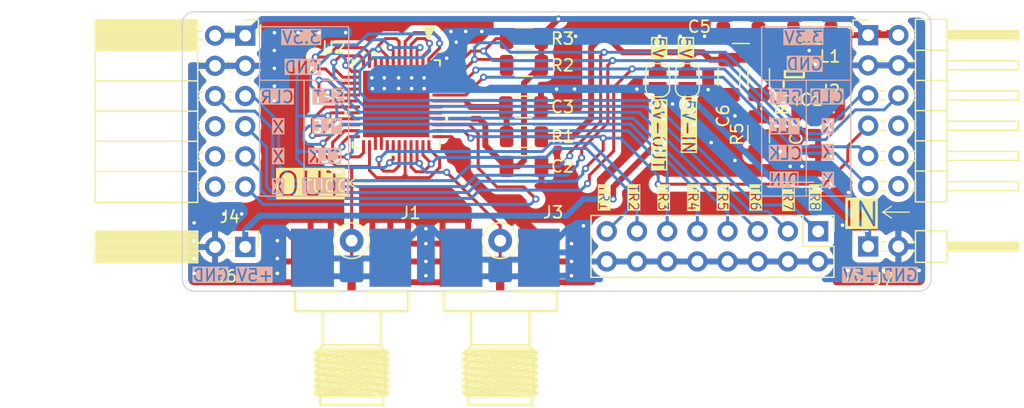
<source format=kicad_pcb>
(kicad_pcb (version 20240108) (generator "pcbnew") (generator_version "8.0")
  (layers (0 "F.Cu" signal) (31 "B.Cu" signal) (34 "B.Paste" user) (35 "F.Paste" user) (36 "B.SilkS" user "B.Silkscreen") (37 "F.SilkS" user "F.Silkscreen") (38 "B.Mask" user) (39 "F.Mask" user) (44 "Edge.Cuts" user))
  (net 0 "")
  (net 1 "+3.3V")
  (net 2 "GND")
  (net 3 "Net-(U2-VCC)")
  (net 4 "+5V")
  (net 5 "Net-(IC1-SW)")
  (net 6 "Net-(IC1-FB)")
  (net 7 "Net-(U2-COM1)")
  (net 8 "/DIN")
  (net 9 "/CLR")
  (net 10 "/*LE")
  (net 12 "/SET")
  (net 13 "/CLK")
  (net 16 "Net-(U2-COM0)")
  (net 19 "/DOUT")
  (net 21 "/TR6")
  (net 22 "/TR3")
  (net 23 "/TR4")
  (net 24 "/TR2")
  (net 25 "/TR8")
  (net 26 "/TR5")
  (net 27 "/TR1")
  (net 28 "/TR7")
  (net 29 "Net-(J6-Pin_1)")
  (net 30 "Net-(J7-Pin_1)")
  (footprint "TestPoint:TestPoint_Loop_D1.80mm_Drill1.0mm_Beaded" (layer "F.Cu") (at 160.75 81.5)
    (property "Reference" "REF**" (hide yes))
    (property "Value" "TestPoint_Loop_D1.80mm_Drill1.0mm_Beaded" (hide yes))
  )
  (footprint "ICTAMKY_V8:AMPHENOL_132357-11-MOD" (layer "F.Cu") (at 160.75 84.5 90)
    (property "Reference" "J3")
    (property "Value" "AMPHENOL_132357-11" (hide yes))
  )
  (footprint "Resistor_SMD:R_1206_3216Metric" (layer "F.Cu") (at 162.75 64.5)
    (property "Reference" "R3")
    (property "Value" "10K")
  )
  (footprint "Connector_PinHeader_2.54mm:PinHeader_2x01_P2.54mm_Horizontal" (layer "F.Cu") (at 191.71 81.99)
    (property "Reference" "J7")
    (property "Value" "22-23-2021")
  )
  (footprint "Jumper:SolderJumper-2_P1.3mm_Open_RoundedPad1.0x1.5mm" (layer "F.Cu") (at 176.5 68 90)
    (property "Reference" "JP2" (hide yes))
    (property "Value" "Jumper_2_Open")
  )
  (footprint "Connector_PinHeader_2.54mm:PinHeader_2x06_P2.54mm_Horizontal" (layer "F.Cu") (at 191.71 64.21)
    (property "Reference" "J2")
    (property "Value" "90122-0126")
  )
  (footprint "Resistor_SMD:R_1206_3216Metric" (layer "F.Cu") (at 182.5 67.75 90)
    (property "Reference" "R4")
    (property "Value" "732K")
  )
  (footprint "Connector_PinSocket_2.54mm:PinSocket_2x01_P2.54mm_Horizontal" (layer "F.Cu") (at 139.3 82.03)
    (property "Reference" "J6")
    (property "Value" "22-23-2021")
  )
  (footprint "Resistor_SMD:R_1206_3216Metric" (layer "F.Cu") (at 182.5 72.5375 90)
    (property "Reference" "R5")
    (property "Value" "100K")
  )
  (footprint "ICTAMKY_V8:21-0144H_T4877-6_MXM" (layer "F.Cu") (at 152 70 -90)
    (property "Reference" "U2")
    (property "Value" "MAX14866UTM+T")
  )
  (footprint "Inductor_SMD:L_1206_3216Metric" (layer "F.Cu") (at 187 64 180)
    (property "Reference" "L1")
    (property "Value" "1uH")
  )
  (footprint "TestPoint:TestPoint_Loop_D1.80mm_Drill1.0mm_Beaded" (layer "F.Cu") (at 148.25 81.5)
    (property "Reference" "REF**" (hide yes))
    (property "Value" "TestPoint_Loop_D1.80mm_Drill1.0mm_Beaded" (hide yes))
  )
  (footprint "Capacitor_SMD:C_1206_3216Metric" (layer "F.Cu") (at 162.7044 70.250001 180)
    (property "Reference" "C3")
    (property "Value" "100nF")
  )
  (footprint "Connector_PinSocket_2.54mm:PinSocket_2x06_P2.54mm_Horizontal" (layer "F.Cu") (at 139.3 64.25)
    (property "Reference" "J4")
    (property "Value" "90122-0126")
  )
  (footprint "SamacSys_Parts:SOTFL50P160X60-6N" (layer "F.Cu") (at 185.5 67.5 90)
    (property "Reference" "IC1")
    (property "Value" "TPS61023DRLR" (hide yes))
  )
  (footprint "Capacitor_SMD:C_1206_3216Metric" (layer "F.Cu") (at 180 67.75 90)
    (property "Reference" "C6")
    (property "Value" "22uF")
  )
  (footprint "Jumper:SolderJumper-2_P1.3mm_Open_RoundedPad1.0x1.5mm" (layer "F.Cu") (at 174 68 90)
    (property "Reference" "JP1" (hide yes))
    (property "Value" "Jumper_2_Open")
  )
  (footprint "ICTAMKY_V8:AMPHENOL_132357-11-MOD" (layer "F.Cu") (at 148.25 84.5 90)
    (property "Reference" "J1")
    (property "Value" "AMPHENOL_132357-11" (hide yes))
  )
  (footprint "Resistor_SMD:R_1206_3216Metric" (layer "F.Cu") (at 162.75 66.75)
    (property "Reference" "R2")
    (property "Value" "10K")
  )
  (footprint "Resistor_SMD:R_1206_3216Metric" (layer "F.Cu") (at 162.75 72.75)
    (property "Reference" "R1")
    (property "Value" "10R")
  )
  (footprint "Capacitor_SMD:C_1206_3216Metric" (layer "F.Cu") (at 181 64)
    (property "Reference" "C5")
    (property "Value" "22uF")
  )
  (footprint "Capacitor_SMD:C_1206_3216Metric" (layer "F.Cu") (at 162.75 75.25 180)
    (property "Reference" "C2")
    (property "Value" "1uF")
  )
  (footprint "Connector_PinHeader_2.54mm:PinHeader_2x08_P2.54mm_Vertical" (layer "F.Cu") (at 187.5 80.71 -90)
    (property "Reference" "J5")
    (property "Value" "Conn_02x08_Odd_Even")
  )
  (footprint "Capacitor_SMD:C_1206_3216Metric" (layer "F.Cu") (at 187.5 72.5 90)
    (property "Reference" "C4")
    (property "Value" "10uF")
  )
  (gr_line (start 144.25 77.75) (end 144.25 68) (stroke (width 0.1)) (layer "B.SilkS"))
  (gr_line (start 148 68) (end 140.5 68) (stroke (width 0.1)) (layer "B.SilkS"))
  (gr_rect (start 140.5 63.5) (end 148 77.75) (stroke (width 0.1)) (fill none) (layer "B.SilkS"))
  (gr_line (start 190.25 68) (end 182.75 68) (stroke (width 0.1)) (layer "B.SilkS"))
  (gr_rect (start 182.75 63.5) (end 190.25 77.75) (stroke (width 0.1)) (fill none) (layer "B.SilkS"))
  (gr_line (start 186.5 77.75) (end 186.5 68) (stroke (width 0.1)) (layer "B.SilkS"))
  (gr_poly (pts (xy 154.25 63.5) (xy 155.25 63.5) (xy 154.75 64.5)) (stroke (width 0.1)) (fill solid) (layer "F.SilkS"))
  (gr_line (start 192.925 79.1) (end 193.675 78.6) (stroke (width 0.1)) (layer "F.SilkS"))
  (gr_line (start 147.975 76.65) (end 148.725 77.15) (stroke (width 0.1)) (layer "F.SilkS"))
  (gr_line (start 147.975 76.65) (end 148.725 76.15) (stroke (width 0.1)) (layer "F.SilkS"))
  (gr_line (start 150.225 76.65) (end 147.975 76.65) (stroke (width 0.1)) (layer "F.SilkS"))
  (gr_line (start 192.925 79.1) (end 193.675 79.6) (stroke (width 0.1)) (layer "F.SilkS"))
  (gr_line (start 195.175 79.1) (end 192.925 79.1) (stroke (width 0.1)) (layer "F.SilkS"))
  (gr_arc (start 134 63.25) (mid 134.292893 62.542893) (end 135 62.25) (stroke (width 0.1)) (layer "Edge.Cuts"))
  (gr_arc (start 135 85.75) (mid 134.292893 85.457107) (end 134 84.75) (stroke (width 0.1)) (layer "Edge.Cuts"))
  (gr_line (start 197 63.25) (end 197 84.75) (stroke (width 0.1)) (layer "Edge.Cuts"))
  (gr_line (start 134 84.75) (end 134 63.25) (stroke (width 0.1)) (layer "Edge.Cuts"))
  (gr_line (start 135 62.25) (end 196 62.25) (stroke (width 0.1)) (layer "Edge.Cuts"))
  (gr_arc (start 196 62.25) (mid 196.707107 62.542893) (end 197 63.25) (stroke (width 0.1)) (layer "Edge.Cuts"))
  (gr_arc (start 197 84.75) (mid 196.707107 85.457107) (end 196 85.75) (stroke (width 0.1)) (layer "Edge.Cuts"))
  (gr_line (start 196 85.75) (end 135 85.75) (stroke (width 0.1)) (layer "Edge.Cuts"))
  (gr_text "X" (at 187.75 71.25 180) (layer "B.SilkS" knockout) (effects (font (size 1 1)) (justify left bottom mirror)))
  (gr_text "DIN" (at 186 77 0) (layer "B.SilkS" knockout) (effects (font (size 1 1)) (justify left bottom mirror)))
  (gr_text "CLK" (at 147.5 75 0) (layer "B.SilkS" knockout) (effects (font (size 1 1)) (justify left bottom mirror)))
  (gr_text "+5V" (at 141.75 85 0) (layer "B.SilkS" knockout) (effects (font (size 1 1)) (justify left bottom mirror)))
  (gr_text "+5V" (at 192.75 85 0) (layer "B.SilkS" knockout) (effects (font (size 1 1)) (justify left bottom mirror)))
  (gr_text "X" (at 187.75 73.4 180) (layer "B.SilkS" knockout) (effects (font (size 1 1)) (justify left bottom mirror)))
  (gr_text "GND" (at 145.75 67.5 0) (layer "B.SilkS" knockout) (effects (font (size 1 1)) (justify left bottom mirror)))
  (gr_text "GND" (at 138 85 0) (layer "B.SilkS" knockout) (effects (font (size 1 1)) (justify left bottom mirror)))
  (gr_text "3.3V" (at 145.75 65 0) (layer "B.SilkS" knockout) (effects (font (size 1 1)) (justify left bottom mirror)))
  (gr_text "X" (at 141.5 76.3 180) (layer "B.SilkS" knockout) (effects (font (size 1 1)) (justify left bottom mirror)))
  (gr_text "CLR" (at 189.75 70 0) (layer "B.SilkS" knockout) (effects (font (size 1 1)) (justify left bottom mirror)))
  (gr_text "X" (at 187.75 75.75 180) (layer "B.SilkS" knockout) (effects (font (size 1 1)) (justify left bottom mirror)))
  (gr_text "SET" (at 186.25 70 0) (layer "B.SilkS" knockout) (effects (font (size 1 1)) (justify left bottom mirror)))
  (gr_text "DOUT" (at 148.1 77.5 0) (layer "B.SilkS" knockout) (effects (font (size 1 1)) (justify left bottom mirror)))
  (gr_text "X" (at 141.5 73.75 180) (layer "B.SilkS" knockout) (effects (font (size 1 1)) (justify left bottom mirror)))
  (gr_text "SET" (at 147.75 70 0) (layer "B.SilkS" knockout) (effects (font (size 1 1)) (justify left bottom mirror)))
  (gr_text "3.3V" (at 188 65 0) (layer "B.SilkS" knockout) (effects (font (size 1 1)) (justify left bottom mirror)))
  (gr_text "CLR" (at 143.5 70 0) (layer "B.SilkS" knockout) (effects (font (size 1 1)) (justify left bottom mirror)))
  (gr_text "CLK" (at 186.25 74.75 0) (layer "B.SilkS" knockout) (effects (font (size 1 1)) (justify left bottom mirror)))
  (gr_text "GND" (at 188 67.25 0) (layer "B.SilkS" knockout) (effects (font (size 1 1)) (justify left bottom mirror)))
  (gr_text "*LE" (at 186 72.5 0) (layer "B.SilkS" knockout) (effects (font (size 1 1)) (justify left bottom mirror)))
  (gr_text "GND" (at 196 85 0) (layer "B.SilkS" knockout) (effects (font (size 1 1)) (justify left bottom mirror)))
  (gr_text "X" (at 141.5 71.25 180) (layer "B.SilkS" knockout) (effects (font (size 1 1)) (justify left bottom mirror)))
  (gr_text "*LE" (at 147.5 72.5 0) (layer "B.SilkS" knockout) (effects (font (size 1 1)) (justify left bottom mirror)))
  (gr_text "OUT" (at 141.7 77.95 0) (layer "F.SilkS" knockout) (effects (font (size 2 2) (thickness 0.2)) (justify left bottom)))
  (gr_text "TR6" (at 181.75 76.75 -90) (layer "F.SilkS" knockout) (effects (font (size 0.8 0.8) (thickness 0.1)) (justify left bottom)))
  (gr_text "TR4" (at 176.5 76.75 -90) (layer "F.SilkS" knockout) (effects (font (size 0.8 0.8) (thickness 0.1)) (justify left bottom)))
  (gr_text "TR7" (at 184.5 76.75 -90) (layer "F.SilkS" knockout) (effects (font (size 0.8 0.8) (thickness 0.1)) (justify left bottom)))
  (gr_text "TR1" (at 169 76.75 -90) (layer "F.SilkS" knockout) (effects (font (size 0.8 0.8) (thickness 0.1)) (justify left bottom)))
  (gr_text "5V" (at 173.5 64.25 -90) (layer "F.SilkS" knockout) (effects (font (size 1 1)) (justify left bottom)))
  (gr_text "TR3" (at 174 76.75 -90) (layer "F.SilkS" knockout) (effects (font (size 0.8 0.8) (thickness 0.1)) (justify left bottom)))
  (gr_text "TR8" (at 186.75 76.75 -90) (layer "F.SilkS" knockout) (effects (font (size 0.8 0.8) (thickness 0.1)) (justify left bottom)))
  (gr_text "5V-OUT" (at 173.5 69.5 -90) (layer "F.SilkS" knockout) (effects (font (size 1 1)) (justify left bottom)))
  (gr_text "5V-IN" (at 176 69.5 270) (layer "F.SilkS" knockout) (effects (font (size 1 1)) (justify left bottom)))
  (gr_text "IN" (at 189.5 80.45 0) (layer "F.SilkS" knockout) (effects (font (size 2 2) (thickness 0.2)) (justify left bottom)))
  (gr_text "TR2" (at 171.5 76.75 -90) (layer "F.SilkS" knockout) (effects (font (size 0.8 0.8) (thickness 0.1)) (justify left bottom)))
  (gr_text "TR5" (at 179 76.75 -90) (layer "F.SilkS" knockout) (effects (font (size 0.8 0.8) (thickness 0.1)) (justify left bottom)))
  (gr_text "5V" (at 175.75 64.25 -90) (layer "F.SilkS" knockout) (effects (font (size 1 1)) (justify left bottom)))
  (segment (start 161.25 75.25) (end 161.275 75.25) (width 0.5) (layer "F.Cu") (net 1))
  (segment (start 185.5 69.1) (end 185.5 68.419) (width 0.3) (layer "F.Cu") (net 1))
  (segment (start 158.45 71.25) (end 155.4544 71.25) (width 0.25) (layer "F.Cu") (net 1))
  (segment (start 159 71.25) (end 159.5 71.75) (width 0.5) (layer "F.Cu") (net 1))
  (segment (start 164.2125 64.5) (end 164.2125 66.75) (width 0.5) (layer "F.Cu") (net 1))
  (segment (start 161.275 75.25) (end 162.25 75.25) (width 0.5) (layer "F.Cu") (net 1))
  (segment (start 162.75 74.75) (end 162.75 68.25) (width 0.5) (layer "F.Cu") (net 1))
  (segment (start 162.25 75.25) (end 162.75 74.75) (width 0.5) (layer "F.Cu") (net 1))
  (segment (start 164.2125 64.2875) (end 164.2125 64.5) (width 0.5) (layer "F.Cu") (net 1))
  (segment (start 158.45 71.25) (end 159 71.25) (width 0.5) (layer "F.Cu") (net 1))
  (segment (start 187.331 68.25) (end 185.669 68.25) (width 0.3) (layer "F.Cu") (net 1))
  (segment (start 161.275 75.075) (end 161.275 75.25) (width 0.25) (layer "F.Cu") (net 1))
  (segment (start 159.5 71.75) (end 159.5 73.5) (width 0.5) (layer "F.Cu") (net 1))
  (segment (start 164.2125 66.7875) (end 164.2125 66.75) (width 0.5) (layer "F.Cu") (net 1))
  (segment (start 194.25 64.025) (end 191.71 64.025) (width 0.5) (layer "F.Cu") (net 1))
  (segment (start 165.65 62.85) (end 164.2125 64.2875) (width 0.5) (layer "F.Cu") (net 1))
  (segment (start 162.75 68.25) (end 164.2125 66.7875) (width 0.5) (layer "F.Cu") (net 1))
  (segment (start 159.5 73.5) (end 161.25 75.25) (width 0.5) (layer "F.Cu") (net 1))
  (via (at 165.65 62.85) (size 0.6) (drill 0.3) (layers "F.Cu" "B.Cu") (net 1))
  (segment (start 139.3 64.25) (end 136.76 64.25) (width 0.5) (layer "B.Cu") (net 1))
  (segment (start 140.7 62.85) (end 139.3 64.25) (width 0.5) (layer "B.Cu") (net 1))
  (segment (start 165.65 62.85) (end 140.7 62.85) (width 0.5) (layer "B.Cu") (net 1))
  (segment (start 181.1 62.85) (end 190.35 62.85) (width 0.5) (layer "B.Cu") (net 1))
  (segment (start 190.35 62.85) (end 191.71 64.21) (width 0.5) (layer "B.Cu") (net 1))
  (segment (start 181.1 62.85) (end 165.65 62.85) (width 0.5) (layer "B.Cu") (net 1))
  (segment (start 153 82.09375) (end 153 78.60625) (width 0.5) (layer "F.Cu") (net 2))
  (segment (start 156.24375 81.75) (end 152.75625 81.75) (width 0.5) (layer "F.Cu") (net 2))
  (segment (start 150.75 66.5456) (end 150.75 68.75) (width 0.25) (layer "F.Cu") (net 2))
  (segment (start 150.250001 66.5456) (end 150.250001 68.250001) (width 0.25) (layer "F.Cu") (net 2))
  (segment (start 144.6375 83.25) (end 141.15 83.25) (width 0.5) (layer "F.Cu") (net 2))
  (segment (start 168.49375 85) (end 165.00625 85) (width 0.5) (layer "F.Cu") (net 2))
  (segment (start 151.5 82.4375) (end 151.5 78.95) (width 0.5) (layer "F.Cu") (net 2))
  (segment (start 164 82.4875) (end 164 81.35) (width 1) (layer "F.Cu") (net 2))
  (segment (start 156.24375 85) (end 152.75625 85) (width 0.5) (layer "F.Cu") (net 2))
  (segment (start 155.4544 70.750001) (end 152.750001 70.750001) (width 0.25) (layer "F.Cu") (net 2))
  (segment (start 156.65 72.75) (end 155.4544 72.75) (width 0.25) (layer "F.Cu") (net 2))
  (segment (start 155.4544 70.25) (end 152.25 70.25) (width 0.25) (layer "F.Cu") (net 2))
  (segment (start 150.250001 73.4544) (end 150.250001 71.749999) (width 0.25) (layer "F.Cu") (net 2))
  (segment (start 158.05 82.49375) (end 158.05 79.00625) (width 0.5) (layer "F.Cu") (net 2))
  (segment (start 155.4544 67.25) (end 155.8 67.25) (width 0.25) (layer "F.Cu") (net 2))
  (segment (start 167.85 83.25) (end 164.95625 83.25) (width 0.5) (layer "F.Cu") (net 2))
  (segment (start 143.74375 85) (end 140.25625 85) (width 0.5) (layer "F.Cu") (net 2))
  (segment (start 150.75 73.4544) (end 150.75 71.25) (width 0.25) (layer "F.Cu") (net 2))
  (segment (start 156.24375 83.25) (end 152.75625 83.25) (width 0.5) (layer "F.Cu") (net 2))
  (segment (start 164 81.35) (end 161.4 78.75) (width 1) (layer "F.Cu") (net 2))
  (segment (start 155.9 82.54375) (end 155.9 79.05625) (width 0.5) (layer "F.Cu") (net 2))
  (segment (start 155.8 67.25) (end 156.05 67) (width 0.25) (layer "F.Cu") (net 2))
  (segment (start 156.05 67) (end 156.05 66.2) (width 0.25) (layer "F.Cu") (net 2))
  (segment (start 186.15 66.662) (end 187.4 66.662) (width 0.5) (layer "F.Cu") (net 2))
  (segment (start 150 82.39375) (end 150 78.90625) (width 0.5) (layer "F.Cu") (net 2))
  (segment (start 144.8 78.1) (end 144.8 81.5875) (width 0.5) (layer "F.Cu") (net 2))
  (segment (start 157.1 73.2) (end 156.65 72.75) (width 0.25) (layer "F.Cu") (net 2))
  (segment (start 161.4 78.75) (end 161.35 78.75) (width 1) (layer "F.Cu") (net 2))
  (segment (start 146.5 78.35) (end 146.5 81.8375) (width 0.5) (layer "F.Cu") (net 2))
  (segment (start 153.925 68.075) (end 153.575 68.425) (width 0.25) (layer "F.Cu") (net 2))
  (via (at 186.15 75.25) (size 0.6) (drill 0.3) (layers "F.Cu" "B.Cu") (net 2))
  (via (at 152.2 67.8) (size 0.6) (drill 0.3) (layers "F.Cu" "B.Cu") (net 2))
  (via (at 154.35 67.8) (size 0.6) (drill 0.3) (layers "F.Cu" "B.Cu") (net 2))
  (via (at 141.75 68.5) (size 0.6) (drill 0.3) (layers "F.Cu" "B.Cu") (net 2))
  (via (at 142 83) (size 0.6) (drill 0.3) (layers "F.Cu" "B.Cu") (net 2))
  (via (at 142 84.25) (size 0.6) (drill 0.3) (layers "F.Cu" "B.Cu") (net 2))
  (via (at 141.75 67) (size 0.6) (drill 0.3) (layers "F.Cu" "B.Cu") (net 2))
  (via (at 185.15 75.25) (size 0.6) (drill 0.3) (layers "F.Cu" "B.Cu") (net 2))
  (via (at 139 79.25) (size 0.6) (drill 0.3) (layers "F.Cu" "B.Cu") (net 2))
  (via (at 143.75 64) (size 0.6) (drill 0.3) (layers "F.Cu" "B.Cu") (net 2))
  (via (at 156.25 66.15) (size 0.6) (drill 0.3) (layers "F.Cu" "B.Cu") (net 2))
  (via (at 159.2 63.9) (size 0.6) (drill 0.3) (layers "F.Cu" "B.Cu") (net 2))
  (via (at 154.5 81.75) (size 0.6) (drill 0.3) (layers "F.Cu" "B.Cu") (net 2))
  (via (at 141.75 65.5) (size 0.6) (drill 0.3) (layers "F.Cu" "B.Cu") (net 2))
  (via (at 149.95 67.8) (size 0.6) (drill 0.3) (layers "F.Cu" "B.Cu") (net 2))
  (via (at 175.25 70) (size 0.6) (drill 0.3) (layers "F.Cu" "B.Cu") (net 2))
  (via (at 141.75 64) (size 0.6) (drill 0.3) (layers "F.Cu" "B.Cu") (net 2))
  (via (at 137.5 79.25) (size 0.6) (drill 0.3) (layers "F.Cu" "B.Cu") (net 2))
  (via (at 157.85 63.9) (size 0.6) (drill 0.3) (layers "F.Cu" "B.Cu") (net 2))
  (via (at 178.25 68.8) (size 0.6) (drill 0.3) (layers "F.Cu" "B.Cu") (net 2))
  (via (at 135 83) (size 0.6) (drill 0.3) (layers "F.Cu" "B.Cu") (net 2))
  (via (at 189.55 80.2) (size 0.6) (drill 0.3) (layers "F.Cu" "B.Cu") (net 2))
  (via (at 187.25 66.662) (size 0.6) (drill 0.3) (layers "F.Cu" "B.Cu") (net 2))
  (via (at 145.5 64) (size 0.6) (drill 0.3) (layers "F.Cu" "B.Cu") (net 2))
  (via (at 184.3 74) (size 0.6) (drill 0.3) (layers "F.Cu" "B.Cu") (net 2))
  (via (at 166.75 84.45) (size 0.6) (drill 0.3) (layers "F.Cu" "B.Cu") (net 2))
  (via (at 156.6 63.9) (size 0.6) (drill 0.3) (layers "F.Cu" "B.Cu") (net 2))
  (via (at 165.8 64.3) (size 0.6) (drill 0.3) (layers "F.Cu" "B.Cu") (net 2))
  (via (at 177.95 64.3) (size 0.6) (drill 0.3) (layers "F.Cu" "B.Cu") (net 2))
  (via (at 135 81.5) (size 0.6) (drill 0.3) (layers "F.Cu" "B.Cu") (net 2))
  (via (at 150 68.7) (size 0.6) (drill 0.3) (layers "F.Cu" "B.Cu") (net 2))
  (via (at 180.5 71) (size 0.6) (drill 0.3) (layers "F.Cu" "B.Cu") (net 2))
  (via (at 174.15 64.3) (size 0.6) (drill 0.3) (layers "F.Cu" "B.Cu") (net 2))
  (via (at 147.75 64) (size 0.6) (drill 0.3) (layers "F.Cu" "B.Cu") (net 2))
  (via (at 154.5 80.5) (size 0.6) (drill 0.3) (layers "F.Cu" "B.Cu") (net 2))
  (via (at 153.3 67.8) (size 0.6) (drill 0.3) (layers "F.Cu" "B.Cu") (net 2))
  (via (at 167.75 80.25) (size 0.6) (drill 0.3) (layers "F.Cu" "B.Cu") (net 2))
  (via (at 151 68.7) (size 0.6) (drill 0.3) (layers "F.Cu" "B.Cu") (net 2))
  (via (at 151 67.8) (size 0.6) (drill 0.3) (layers "F.Cu" "B.Cu") (net 2))
  (via (at 177.05 71.7) (size 0.6) (drill 0.3) (layers "F.Cu" "B.Cu") (net 2))
  (via (at 175.9 64.3) (size 0.6) (drill 0.3) (layers "F.Cu" "B.Cu") (net 2))
  (via (at 190 84) (size 0.6) (drill 0.3) (layers "F.Cu" "B.Cu") (net 2))
  (via (at 167.1 64.3) (size 0.6) (drill 0.3) (layers "F.Cu" "B.Cu") (net 2))
  (via (at 153.3 68.7) (size 0.6) (drill 0.3) (layers "F.Cu" "B.Cu") (net 2))
  (via (at 196 84) (size 0.6) (drill 0.3) (layers "F.Cu" "B.Cu") (net 2))
  (via (at 190.05 77.45) (size 0.6) (drill 0.3) (layers "F.Cu" "B.Cu") (net 2))
  (via (at 178.5 73.25) (size 0.6) (drill 0.3) (layers "F.Cu" "B.Cu") (net 2))
  (via (at 141.75 69.75) (size 0.6) (drill 0.3) (layers "F.Cu" "B.Cu") (net 2))
  (via (at 157.05 64.8) (size 0.6) (drill 0.3) (layers "F.Cu" "B.Cu") (net 2))
  (via (at 135 84.25) (size 0.6) (drill 0.3) (layers "F.Cu" "B.Cu") (net 2))
  (via (at 142 81.5) (size 0.6) (drill 0.3) (layers "F.Cu" "B.Cu") (net 2))
  (via (at 166.75 83.25) (size 0.6) (drill 0.3) (layers "F.Cu" "B.Cu") (net 2))
  (via (at 180.5 74.75) (size 0.6) (drill 0.3) (layers "F.Cu" "B.Cu") (net 2))
  (via (at 172.25 68.75) (size 0.6) (drill 0.3) (layers "F.Cu" "B.Cu") (net 2))
  (via (at 165.5 68.75) (size 0.6) (drill 0.3) (layers "F.Cu" "B.Cu") (net 2))
  (via (at 152.2 68.7) (size 0.6) (drill 0.3) (layers "F.Cu" "B.Cu") (net 2))
  (via (at 193 84) (size 0.6) (drill 0.3) (layers "F.Cu" "B.Cu") (net 2))
  (via (at 135 80) (size 0.6) (drill 0.3) (layers "F.Cu" "B.Cu") (net 2))
  (via (at 154.5 83.25) (size 0.6) (drill 0.3) (layers "F.Cu" "B.Cu") (net 2))
  (via (at 166.75 81.75) (size 0.6) (drill 0.3) (layers "F.Cu" "B.Cu") (net 2))
  (via (at 154.35 68.7) (size 0.6) (drill 0.3) (layers "F.Cu" "B.Cu") (net 2))
  (via (at 154.5 84.45) (size 0.6) (drill 0.3) (layers "F.Cu" "B.Cu") (net 2))
  (via (at 186.75 65.5) (size 0.6) (drill 0.3) (layers "F.Cu" "B.Cu") (net 2))
  (via (at 167 68.75) (size 0.6) (drill 0.3) (layers "F.Cu" "B.Cu") (net 2))
  (segment (start 157.95 83.1) (end 163.15 83.1) (width 0.5) (layer "B.Cu") (net 2))
  (segment (start 162.5 82.4875) (end 167.8875 82.4875) (width 0.5) (layer "B.Cu") (net 2))
  (segment (start 157.25 84.5) (end 163.75 84.5) (width 0.5) (layer "B.Cu") (net 2))
  (segment (start 167.8875 82.4875) (end 167.95 82.55) (width 0.5) (layer "B.Cu") (net 2))
  (segment (start 157.3 82.45) (end 157.95 83.1) (width 0.5) (layer "B.Cu") (net 2))
  (segment (start 145.05 83) (end 151.55 83) (width 0.5) (layer "B.Cu") (net 2))
  (segment (start 144.95 84.5) (end 151.45 84.5) (width 0.5) (layer "B.Cu") (net 2))
  (segment (start 162.85 84.45) (end 168.35 84.45) (width 0.5) (layer "B.Cu") (net 2))
  (segment (start 163.15 83.1) (end 163.8 82.45) (width 0.5) (layer "B.Cu") (net 2))
  (segment (start 161.229399 70.25) (end 161.2294 70.250001) (width 0.25) (layer "F.Cu") (net 3))
  (segment (start 161.2875 72.75) (end 161.2875 70.308101) (width 0.5) (layer "F.Cu") (net 3))
  (segment (start 161.2875 70.308101) (end 161.2294 70.250001) (width 0.25) (layer "F.Cu") (net 3))
  (segment (start 157.75 69.75) (end 155.4544 69.75) (width 0.25) (layer "F.Cu") (net 3))
  (segment (start 158 70) (end 158.25 70.25) (width 0.5) (layer "F.Cu") (net 3))
  (segment (start 158.25 70.25) (end 161.229399 70.25) (width 0.5) (layer "F.Cu") (net 3))
  (segment (start 158 70) (end 157.75 69.75) (width 0.25) (layer "F.Cu") (net 3))
  (segment (start 174 66.15) (end 173.5 65.65) (width 0.5) (layer "F.Cu") (net 4))
  (segment (start 164.2125 72.75) (end 166.85 72.75) (width 0.5) (layer "F.Cu") (net 4))
  (segment (start 176.5 66.25) (end 176.5 65.95) (width 0.5) (layer "F.Cu") (net 4))
  (segment (start 174 65.65) (end 174.75 65.65) (width 0.5) (layer "F.Cu") (net 4))
  (segment (start 174.75 65.65) (end 176 65.65) (width 0.5) (layer "F.Cu") (net 4))
  (segment (start 177.2 65.65) (end 177.8 65.65) (width 0.5) (layer "F.Cu") (net 4))
  (segment (start 182.8745 66.662) (end 182.5 66.2875) (width 0.5) (layer "F.Cu") (net 4))
  (segment (start 178.425 66.275) (end 180 66.275) (width 0.5) (layer "F.Cu") (net 4))
  (segment (start 176.8 65.65) (end 177.2 65.65) (width 0.5) (layer "F.Cu") (net 4))
  (segment (start 174 66.25) (end 174 65.65) (width 0.5) (layer "F.Cu") (net 4))
  (segment (start 176.5 66.5) (end 176.5 66.25) (width 0.5) (layer "F.Cu") (net 4))
  (segment (start 180 66.275) (end 182.4875 66.275) (width 0.5) (layer "F.Cu") (net 4))
  (segment (start 169.05 64.6) (end 170 64.6) (width 0.5) (layer "F.Cu") (net 4))
  (segment (start 176.5 66.5) (end 176.5 66.35) (width 0.5) (layer "F.Cu") (net 4))
  (segment (start 182.475 66.2625) (end 182.5 66.2875) (width 0.5) (layer "F.Cu") (net 4))
  (segment (start 176.5 66.35) (end 177.2 65.65) (width 0.5) (layer "F.Cu") (net 4))
  (segment (start 174 66.25) (end 174 66.15) (width 0.5) (layer "F.Cu") (net 4))
  (segment (start 168.4 71.2) (end 168.4 65.25) (width 0.5) (layer "F.Cu") (net 4))
  (segment (start 174 67.35) (end 174 66.25) (width 0.5) (layer "F.Cu") (net 4))
  (segment (start 176.5 66.25) (end 176.5 65.65) (width 0.5) (layer "F.Cu") (net 4))
  (segment (start 182.475 64) (end 182.475 66.2625) (width 0.5) (layer "F.Cu") (net 4))
  (segment (start 177.8 65.65) (end 178.425 66.275) (width 0.5) (layer "F.Cu") (net 4))
  (segment (start 166.85 72.75) (end 168.4 71.2) (width 0.5) (layer "F.Cu") (net 4))
  (segment (start 176.5 67.35) (end 176.5 66.5) (width 0.5) (layer "F.Cu") (net 4))
  (segment (start 184.85 66.662) (end 182.7245 66.662) (width 0.5) (layer "F.Cu") (net 4))
  (segment (start 174.5 65.65) (end 174.75 65.65) (width 0.5) (layer "F.Cu") (net 4))
  (segment (start 176 65.65) (end 176.5 65.65) (width 0.5) (layer "F.Cu") (net 4))
  (segment (start 173.5 65.65) (end 174 65.65) (width 0.5) (layer "F.Cu") (net 4))
  (segment (start 182.4875 66.275) (end 182.5 66.2875) (width 0.5) (layer "F.Cu") (net 4))
  (segment (start 176.5 66.25) (end 176.5 66.15) (width 0.5) (layer "F.Cu") (net 4))
  (segment (start 174 66.15) (end 174.5 65.65) (width 0.5) (layer "F.Cu") (net 4))
  (segment (start 176.5 65.95) (end 176.8 65.65) (width 0.5) (layer "F.Cu") (net 4))
  (segment (start 170 64.6) (end 171.05 65.65) (width 0.5) (layer "F.Cu") (net 4))
  (segment (start 171.05 65.65) (end 173.5 65.65) (width 0.5) (layer "F.Cu") (net 4))
  (segment (start 168.4 65.25) (end 169.05 64.6) (width 0.5) (layer "F.Cu") (net 4))
  (segment (start 176.5 66.15) (end 176 65.65) (width 0.5) (layer "F.Cu") (net 4))
  (segment (start 176.5 65.65) (end 176.8 65.65) (width 0.5) (layer "F.Cu") (net 4))
  (segment (start 185.5 66.662) (end 185.5 64.075) (width 0.25) (layer "F.Cu") (net 5))
  (segment (start 185.5 64.075) (end 185.425 64) (width 0.25) (layer "F.Cu") (net 5))
  (segment (start 183.3745 68.338) (end 182.5 69.2125) (width 0.25) (layer "F.Cu") (net 6))
  (segment (start 185 68.338) (end 183.3745 68.338) (width 0.25) (layer "F.Cu") (net 6))
  (segment (start 182.5 69.2125) (end 182.5 71.075) (width 0.25) (layer "F.Cu") (net 6))
  (segment (start 148.25 75.75) (end 148.25 75.499999) (width 0.25) (layer "F.Cu") (net 7))
  (segment (start 148.25 75.499999) (end 148 75.249999) (width 0.25) (layer "F.Cu") (net 7))
  (segment (start 148.25 84) (end 148.25 75.75) (width 0.25) (layer "F.Cu") (net 7))
  (segment (start 153 76.2) (end 154.8 76.2) (width 0.25) (layer "F.Cu") (net 7))
  (segment (start 148.25 75.499999) (end 148.5 75.249999) (width 0.25) (layer "F.Cu") (net 7))
  (segment (start 155.65 75.35) (end 155.65 74.65) (width 0.25) (layer "F.Cu") (net 7))
  (segment (start 155.65 74.65) (end 154.752001 73.752001) (width 0.25) (layer "F.Cu") (net 7))
  (segment (start 147.75 66.75) (end 148.247999 67.247999) (width 0.25) (layer "F.Cu") (net 7))
  (segment (start 154.752001 73.752001) (end 154.752001 73.4544) (width 0.25) (layer "F.Cu") (net 7))
  (segment (start 145.85 74.15) (end 146.949999 75.249999) (width 0.25) (layer "F.Cu") (net 7))
  (segment (start 148.247999 67.247999) (end 148.25 67.247999) (width 0.25) (layer "F.Cu") (net 7))
  (segment (start 145.85 73.3) (end 145.85 74.15) (width 0.25) (layer "F.Cu") (net 7))
  (segment (start 152.750001 76.149999) (end 152.750001 76) (width 0.25) (layer "F.Cu") (net 7))
  (segment (start 152.5 76.2) (end 152.7 76.2) (width 0.25) (layer "F.Cu") (net 7))
  (segment (start 152.750001 76.2) (end 153 76.2) (width 0.25) (layer "F.Cu") (net 7))
  (segment (start 149.749999 75.249999) (end 149.749999 75.599999) (width 0.25) (layer "F.Cu") (net 7))
  (segment (start 153.749999 65.500001) (end 154 65.25) (width 0.25) (layer "F.Cu") (net 7))
  (segment (start 152.750001 76) (end 152.7 76) (width 0.25) (layer "F.Cu") (net 7))
  (segment (start 152.7 76.2) (end 152.750001 76.149999) (width 0.25) (layer "F.Cu") (net 7))
  (segment (start 149.749999 73.4544) (end 149.749999 74.500001) (width 0.25) (layer "F.Cu") (net 7))
  (segment (start 146.499999 69.249999) (end 146.25 69) (width 0.25) (layer "F.Cu") (net 7))
  (segment (start 152.750001 76) (end 152.8 76) (width 0.25) (layer "F.Cu") (net 7))
  (segment (start 154.8 76.2) (end 155.65 75.35) (width 0.25) (layer "F.Cu") (net 7))
  (segment (start 148.5456 69.249999) (end 146.499999 69.249999) (width 0.25) (layer "F.Cu") (net 7))
  (segment (start 149.749999 74.500001) (end 149.749999 75.249999) (width 0.25) (layer "F.Cu") (net 7))
  (segment (start 151.75 65.5) (end 151.75 66.5456) (width 0.25) (layer "F.Cu") (net 7))
  (segment (start 146.949999 75.249999) (end 148 75.249999) (width 0.25) (layer "F.Cu") (net 7))
  (segment (start 148.5 75.249999) (end 149.749999 75.249999) (width 0.25) (layer "F.Cu") (net 7))
  (segment (start 151.5 65.25) (end 151.75 65.5) (width 0.25) (layer "F.Cu") (net 7))
  (segment (start 148.25 75.249999) (end 148.5 75.249999) (width 0.25) (layer "F.Cu") (net 7))
  (segment (start 152.8 76) (end 153 76.2) (width 0.25) (layer "F.Cu") (net 7))
  (segment (start 148 75.249999) (end 148.25 75.249999) (width 0.25) (layer "F.Cu") (net 7))
  (segment (start 149.749999 75.599999) (end 150.35 76.2) (width 0.25) (layer "F.Cu") (net 7))
  (segment (start 148.25 67.247999) (end 148.252001 67.25) (width 0.25) (layer "F.Cu") (net 7))
  (segment (start 152.750001 76) (end 152.750001 73.4544) (width 0.25) (layer "F.Cu") (net 7))
  (segment (start 147.400001 71.749999) (end 148.5456 71.749999) (width 0.25) (layer "F.Cu") (net 7))
  (segment (start 152.7 76) (end 152.5 76.2) (width 0.25) (layer "F.Cu") (net 7))
  (segment (start 145.85 73.3) (end 147.400001 71.749999) (width 0.25) (layer "F.Cu") (net 7))
  (segment (start 148.25 75.75) (end 148.25 75.249999) (width 0.25) (layer "F.Cu") (net 7))
  (segment (start 153.749999 66.5456) (end 153.749999 65.500001) (width 0.25) (layer "F.Cu") (net 7))
  (segment (start 150.35 76.2) (end 152.5 76.2) (width 0.25) (layer "F.Cu") (net 7))
  (segment (start 148.252001 67.25) (end 148.5456 67.25) (width 0.25) (layer "F.Cu") (net 7))
  (via (at 151.5 65.25) (size 0.6) (drill 0.3) (layers "F.Cu" "B.Cu") (net 7))
  (via (at 154 65.25) (size 0.6) (drill 0.3) (layers "F.Cu" "B.Cu") (net 7))
  (via (at 147.75 66.75) (size 0.6) (drill 0.3) (layers "F.Cu" "B.Cu") (net 7))
  (via (at 145.85 73.3) (size 0.6) (drill 0.3) (layers "F.Cu" "B.Cu") (net 7))
  (via (at 146.25 69) (size 0.6) (drill 0.3) (layers "F.Cu" "B.Cu") (net 7))
  (segment (start 144.55 73.4) (end 144.2 73.05) (width 0.25) (layer "B.Cu") (net 7))
  (segment (start 150 64.6) (end 147.85 66.75) (width 0.25) (layer "B.Cu") (net 7))
  (segment (start 146.5 65.75) (end 147.25 65.75) (width 0.25) (layer "B.Cu") (net 7))
  (segment (start 147.25 65.75) (end 147.75 66.25) (width 0.25) (layer "B.Cu") (net 7))
  (segment (start 151.5 65.25) (end 154 65.25) (width 0.25) (layer "B.Cu") (net 7))
  (segment (start 147.75 66.25) (end 147.75 66.75) (width 0.25) (layer "B.Cu") (net 7))
  (segment (start 144.8 67.45) (end 146.5 65.75) (width 0.25) (layer "B.Cu") (net 7))
  (segment (start 144.2 72.3) (end 144.65 71.85) (width 0.25) (layer "B.Cu") (net 7))
  (segment (start 145.75 73.4) (end 144.55 73.4) (width 0.25) (layer "B.Cu") (net 7))
  (segment (start 145.35 69) (end 144.8 68.45) (width 0.25) (layer "B.Cu") (net 7))
  (segment (start 147 71.25) (end 147 69.75) (width 0.25) (layer "B.Cu") (net 7))
  (segment (start 150.95 64.6) (end 150 64.6) (width 0.25) (layer "B.Cu") (net 7))
  (segment (start 144.2 73.05) (end 144.2 72.3) (width 0.25) (layer "B.Cu") (net 7))
  (segment (start 144.65 71.85) (end 146.4 71.85) (width 0.25) (layer "B.Cu") (net 7))
  (segment (start 146.25 69) (end 145.35 69) (width 0.25) (layer "B.Cu") (net 7))
  (segment (start 146.4 71.85) (end 147 71.25) (width 0.25) (layer "B.Cu") (net 7))
  (segment (start 144.8 68.45) (end 144.8 67.45) (width 0.25) (layer "B.Cu") (net 7))
  (segment (start 147.85 66.75) (end 147.75 66.75) (width 0.25) (layer "B.Cu") (net 7))
  (segment (start 151.5 65.25) (end 151.5 65.15) (width 0.25) (layer "B.Cu") (net 7))
  (segment (start 147 69.75) (end 146.25 69) (width 0.25) (layer "B.Cu") (net 7))
  (segment (start 145.85 73.3) (end 145.75 73.4) (width 0.25) (layer "B.Cu") (net 7))
  (segment (start 151.5 65.15) (end 150.95 64.6) (width 0.25) (layer "B.Cu") (net 7))
  (segment (start 157.850001 69.249999) (end 155.4544 69.249999) (width 0.25) (layer "F.Cu") (net 8))
  (segment (start 159.35 67.75) (end 157.850001 69.249999) (width 0.25) (layer "F.Cu") (net 8))
  (via (at 159.35 67.75) (size 0.6) (drill 0.3) (layers "F.Cu" "B.Cu") (net 8))
  (segment (start 179.5 67.75) (end 185.9 74.15) (width 0.25) (layer "B.Cu") (net 8))
  (segment (start 188.95 74.15) (end 191.71 76.91) (width 0.25) (layer "B.Cu") (net 8))
  (segment (start 159.35 67.75) (end 179.5 67.75) (width 0.25) (layer "B.Cu") (net 8))
  (segment (start 185.9 74.15) (end 188.95 74.15) (width 0.25) (layer "B.Cu") (net 8))
  (segment (start 167.6 73.8) (end 169.8 71.6) (width 0.25) (layer "F.Cu") (net 9))
  (segment (start 169.8 66.75) (end 170.2 66.35) (width 0.25) (layer "F.Cu") (net 9))
  (segment (start 167.6 74.525) (end 167.6 73.8) (width 0.25) (layer "F.Cu") (net 9))
  (segment (start 159.35 65.55) (end 160.4 64.5) (width 0.25) (layer "F.Cu") (net 9))
  (segment (start 156.100001 67.749999) (end 155.4544 67.749999) (width 0.25) (layer "F.Cu") (net 9))
  (segment (start 158.3 65.55) (end 156.100001 67.749999) (width 0.25) (layer "F.Cu") (net 9))
  (segment (start 169.8 71.6) (end 169.8 66.75) (width 0.25) (layer "F.Cu") (net 9))
  (segment (start 160.4 64.5) (end 161.2875 64.5) (width 0.25) (layer "F.Cu") (net 9))
  (segment (start 159.35 65.55) (end 158.3 65.55) (width 0.25) (layer "F.Cu") (net 9))
  (via (at 167.6 74.525) (size 0.6) (drill 0.3) (layers "F.Cu" "B.Cu") (net 9))
  (via (at 159.35 65.55) (size 0.6) (drill 0.3) (layers "F.Cu" "B.Cu") (net 9))
  (via (at 170.2 66.35) (size 0.6) (drill 0.3) (layers "F.Cu" "B.Cu") (net 9))
  (segment (start 159.35 65.55) (end 160.15 66.35) (width 0.25) (layer "B.Cu") (net 9))
  (segment (start 137.1 69.35) (end 136.9 69.55) (width 0.25) (layer "B.Cu") (net 9))
  (segment (start 137.1 69.67) (end 137.1 69.35) (width 0.25) (layer "B.Cu") (net 9))
  (segment (start 141.85 76.95) (end 141.6 76.7) (width 0.25) (layer "B.Cu") (net 9))
  (segment (start 190.633794 70.491206) (end 193.048794 70.491206) (width 0.25) (layer "B.Cu") (net 9))
  (segment (start 167.6 74.525) (end 167.25 74.875) (width 0.25) (layer "B.Cu") (net 9))
  (segment (start 179.65 66.35) (end 186.3 73) (width 0.25) (layer "B.Cu") (net 9))
  (segment (start 188.125 73) (end 190.633794 70.491206) (width 0.25) (layer "B.Cu") (net 9))
  (segment (start 166.4 76) (end 158.75 76) (width 0.25) (layer "B.Cu") (net 9))
  (segment (start 140.1 70.6) (end 138.03 70.6) (width 0.25) (layer "B.Cu") (net 9))
  (segment (start 193.048794 70.491206) (end 194.25 69.29) (width 0.25) (layer "B.Cu") (net 9))
  (segment (start 167.25 74.875) (end 167.25 75.15) (width 0.25) (layer "B.Cu") (net 9))
  (segment (start 158.75 76) (end 157.8 76.95) (width 0.25) (layer "B.Cu") (net 9))
  (segment (start 141.6 72.1) (end 140.1 70.6) (width 0.25) (layer "B.Cu") (net 9))
  (segment (start 157.8 76.95) (end 141.85 76.95) (width 0.25) (layer "B.Cu") (net 9))
  (segment (start 186.3 73) (end 188.125 73) (width 0.25) (layer "B.Cu") (net 9))
  (segment (start 141.6 76.7) (end 141.6 72.1) (width 0.25) (layer "B.Cu") (net 9))
  (segment (start 167.25 75.15) (end 166.4 76) (width 0.25) (layer "B.Cu") (net 9))
  (segment (start 138.03 70.6) (end 137.1 69.67) (width 0.25) (layer "B.Cu") (net 9))
  (segment (start 160.15 66.35) (end 179.65 66.35) (width 0.25) (layer "B.Cu") (net 9))
  (segment (start 169.416942 73.883058) (end 169.416942 72.875) (width 0.25) (layer "F.Cu") (net 10))
  (segment (start 167.933058 75.366942) (end 169.416942 73.883058) (width 0.25) (layer "F.Cu") (net 10))
  (segment (start 190 74.8) (end 190 73.54) (width 0.25) (layer "F.Cu") (net 10))
  (segment (start 167.933058 75.433058) (end 167.933058 75.366942) (width 0.25) (layer "F.Cu") (net 10))
  (segment (start 158.275 72.875) (end 157.650001 72.250001) (width 0.25) (layer "F.Cu") (net 10))
  (segment (start 188.05 76.75) (end 190 74.8) (width 0.25) (layer "F.Cu") (net 10))
  (segment (start 157.650001 72.250001) (end 155.4544 72.250001) (width 0.25) (layer "F.Cu") (net 10))
  (segment (start 174.05 76.75) (end 188.05 76.75) (width 0.25) (layer "F.Cu") (net 10))
  (segment (start 190 73.54) (end 191.71 71.83) (width 0.25) (layer "F.Cu") (net 10))
  (via (at 169.416942 72.875) (size 0.6) (drill 0.3) (layers "F.Cu" "B.Cu") (net 10))
  (via (at 158.275 72.875) (size 0.6) (drill 0.3) (layers "F.Cu" "B.Cu") (net 10))
  (via (at 167.933058 75.433058) (size 0.6) (drill 0.3) (layers "F.Cu" "B.Cu") (net 10))
  (via (at 174.05 76.75) (size 0.6) (drill 0.3) (layers "F.Cu" "B.Cu") (net 10))
  (segment (start 169.416942 72.875) (end 170.875 72.875) (width 0.25) (layer "B.Cu") (net 10))
  (segment (start 167.933058 75.433058) (end 167.7 75.666116) (width 0.25) (layer "B.Cu") (net 10))
  (segment (start 139.32 71.87) (end 139.3 71.87) (width 0.25) (layer "B.Cu") (net 10))
  (segment (start 167.1 76.5) (end 159 76.5) (width 0.25) (layer "B.Cu") (net 10))
  (segment (start 158.05 77.45) (end 141.55 77.45) (width 0.25) (layer "B.Cu") (net 10))
  (segment (start 141.1 77) (end 141.1 73.65) (width 0.25) (layer "B.Cu") (net 10))
  (segment (start 159 76.5) (end 158.05 77.45) (width 0.25) (layer "B.Cu") (net 10))
  (segment (start 169.291942 72.75) (end 169.416942 72.875) (width 0.25) (layer "B.Cu") (net 10))
  (segment (start 158.4 72.75) (end 169.291942 72.75) (width 0.25) (layer "B.Cu") (net 10))
  (segment (start 141.55 77.45) (end 141.1 77) (width 0.25) (layer "B.Cu") (net 10))
  (segment (start 167.7 75.9) (end 167.1 76.5) (width 0.25) (layer "B.Cu") (net 10))
  (segment (start 170.875 72.875) (end 174.05 76.05) (width 0.25) (layer "B.Cu") (net 10))
  (segment (start 174.05 76.05) (end 174.05 76.75) (width 0.25) (layer "B.Cu") (net 10))
  (segment (start 167.7 75.666116) (end 167.7 75.9) (width 0.25) (layer "B.Cu") (net 10))
  (segment (start 158.275 72.875) (end 158.4 72.75) (width 0.25) (layer "B.Cu") (net 10))
  (segment (start 141.1 73.65) (end 139.32 71.87) (width 0.25) (layer "B.Cu") (net 10))
  (segment (start 166.6 74.375) (end 166.6 74.1) (width 0.25) (layer "F.Cu") (net 12))
  (segment (start 158.6 66.25) (end 160.7875 66.25) (width 0.25) (layer "F.Cu") (net 12))
  (segment (start 156.599999 68.250001) (end 155.4544 68.250001) (width 0.25) (layer "F.Cu") (net 12))
  (segment (start 160.7875 66.25) (end 161.2875 66.75) (width 0.25) (layer "F.Cu") (net 12))
  (segment (start 169.2 65.95) (end 169.5 65.65) (width 0.25) (layer "F.Cu") (net 12))
  (segment (start 169.2 71.5) (end 169.2 65.95) (width 0.25) (layer "F.Cu") (net 12))
  (segment (start 158.6 66.25) (end 156.599999 68.250001) (width 0.25) (layer "F.Cu") (net 12))
  (segment (start 166.6 74.1) (end 169.2 71.5) (width 0.25) (layer "F.Cu") (net 12))
  (via (at 158.6 66.25) (size 0.6) (drill 0.3) (layers "F.Cu" "B.Cu") (net 12))
  (via (at 169.5 65.65) (size 0.6) (drill 0.3) (layers "F.Cu" "B.Cu") (net 12))
  (via (at 166.6 74.375) (size 0.6) (drill 0.3) (layers "F.Cu" "B.Cu") (net 12))
  (segment (start 160.8 64.85) (end 161.6 65.65) (width 0.25) (layer "B.Cu") (net 12))
  (segment (start 156.9 76.45) (end 143.45 76.45) (width 0.25) (layer "B.Cu") (net 12))
  (segment (start 143.45 76.45) (end 142.1 75.1) (width 0.25) (layer "B.Cu") (net 12))
  (segment (start 158.1 75.25) (end 156.9 76.45) (width 0.25) (layer "B.Cu") (net 12))
  (segment (start 179.7 65.65) (end 186.55 72.5) (width 0.25) (layer "B.Cu") (net 12))
  (segment (start 165.725 75.25) (end 158.1 75.25) (width 0.25) (layer "B.Cu") (net 12))
  (segment (start 158.6 66.25) (end 158.6 65.25) (width 0.25) (layer "B.Cu") (net 12))
  (segment (start 142.1 75.1) (end 142.1 71.5) (width 0.25) (layer "B.Cu") (net 12))
  (segment (start 159 64.85) (end 160.8 64.85) (width 0.25) (layer "B.Cu") (net 12))
  (segment (start 191.06 69.29) (end 191.71 69.29) (width 0.25) (layer "B.Cu") (net 12))
  (segment (start 161.6 65.65) (end 179.7 65.65) (width 0.25) (layer "B.Cu") (net 12))
  (segment (start 142.1 71.5) (end 139.93 69.33) (width 0.25) (layer "B.Cu") (net 12))
  (segment (start 139.93 69.33) (end 139.3 69.33) (width 0.25) (layer "B.Cu") (net 12))
  (segment (start 186.55 72.5) (end 187.85 72.5) (width 0.25) (layer "B.Cu") (net 12))
  (segment (start 166.6 74.375) (end 165.725 75.25) (width 0.25) (layer "B.Cu") (net 12))
  (segment (start 187.85 72.5) (end 191.06 69.29) (width 0.25) (layer "B.Cu") (net 12))
  (segment (start 158.6 65.25) (end 159 64.85) (width 0.25) (layer "B.Cu") (net 12))
  (segment (start 168.25 76.55) (end 168.25 76) (width 0.25) (layer "F.Cu") (net 13))
  (segment (start 170.3 73.95) (end 170.3 68.6) (width 0.25) (layer "F.Cu") (net 13))
  (segment (start 158.7 67.15) (end 157.1 68.75) (width 0.25) (layer "F.Cu") (net 13))
  (segment (start 168.1 76.7) (end 168.25 76.55) (width 0.25) (layer "F.Cu") (net 13))
  (segment (start 170.3 68.6) (end 171.85 67.05) (width 0.25) (layer "F.Cu") (net 13))
  (segment (start 168.25 76) (end 170.3 73.95) (width 0.25) (layer "F.Cu") (net 13))
  (segment (start 157.1 68.75) (end 155.4544 68.75) (width 0.25) (layer "F.Cu") (net 13))
  (via (at 158.7 67.15) (size 0.6) (drill 0.3) (layers "F.Cu" "B.Cu") (net 13))
  (via (at 168.1 76.7) (size 0.6) (drill 0.3) (layers "F.Cu" "B.Cu") (net 13))
  (via (at 171.85 67.05) (size 0.6) (drill 0.3) (layers "F.Cu" "B.Cu") (net 13))
  (segment (start 158.7 67.15) (end 158.8 67.05) (width 0.25) (layer "B.Cu") (net 13))
  (segment (start 168.1 76.7) (end 167.55 77.25) (width 0.25) (layer "B.Cu") (net 13))
  (segment (start 186.15 73.6) (end 190.94 73.6) (width 0.25) (layer "B.Cu") (net 13))
  (segment (start 179.6 67.05) (end 186.15 73.6) (width 0.25) (layer "B.Cu") (net 13))
  (segment (start 140.6 77.25) (end 140.6 75.71) (width 0.25) (layer "B.Cu") (net 13))
  (segment (start 140.6 75.71) (end 139.3 74.41) (width 0.25) (layer "B.Cu") (net 13))
  (segment (start 190.94 73.6) (end 191.71 74.37) (width 0.25) (layer "B.Cu") (net 13))
  (segment (start 158.8 67.05) (end 179.6 67.05) (width 0.25) (layer "B.Cu") (net 13))
  (segment (start 167.55 77.25) (end 159 77.25) (width 0.25) (layer "B.Cu") (net 13))
  (segment (start 159 77.25) (end 158.3 77.95) (width 0.25) (layer "B.Cu") (net 13))
  (segment (start 158.3 77.95) (end 141.3 77.95) (width 0.25) (layer "B.Cu") (net 13))
  (segment (start 141.3 77.95) (end 140.6 77.25) (width 0.25) (layer "B.Cu") (net 13))
  (segment (start 145.4 67.05) (end 146.05 67.05) (width 0.25) (layer "F.Cu") (net 16))
  (segment (start 145.2 66.05) (end 145.2 66.85) (width 0.25) (layer "F.Cu") (net 16))
  (segment (start 149.25 65.25) (end 149.752 65.752) (width 0.25) (layer "F.Cu") (net 16))
  (segment (start 146.499999 70.750001) (end 148.5456 70.750001) (width 0.25) (layer "F.Cu") (net 16))
  (segment (start 147.250001 68.250001) (end 148.5456 68.250001) (width 0.25) (layer "F.Cu") (net 16))
  (segment (start 151.75 74.65) (end 151.75 73.4544) (width 0.25) (layer "F.Cu") (net 16))
  (segment (start 153.95 75) (end 153.749999 74.799999) (width 0.25) (layer "F.Cu") (net 16))
  (segment (start 155.65 64.5) (end 155.15 64) (width 0.25) (layer "F.Cu") (net 16))
  (segment (start 156.25 75.75) (end 160.75 80.25) (width 0.25) (layer "F.Cu") (net 16))
  (segment (start 146.05 67.05) (end 147.250001 68.250001) (width 0.25) (layer "F.Cu") (net 16))
  (segment (start 155.65 64.9) (end 155.65 65.3) (width 0.25) (layer "F.Cu") (net 16))
  (segment (start 160.75 80.25) (end 160.75 84.05) (width 0.25) (layer "F.Cu") (net 16))
  (segment (start 149.2358 65.2642) (end 149.25 65.25) (width 0.25) (layer "F.Cu") (net 16))
  (segment (start 145.2 66.05) (end 146.15 66.05) (width 0.25) (layer "F.Cu") (net 16))
  (segment (start 155.65 65.3) (end 154.75 66.2) (width 0.25) (layer "F.Cu") (net 16))
  (segment (start 145.2 66.85) (end 145.4 67.05) (width 0.25) (layer "F.Cu") (net 16))
  (segment (start 146.25 71) (end 146.499999 70.750001) (width 0.25) (layer "F.Cu") (net 16))
  (segment (start 153.749999 74.799999) (end 153.749999 73.4544) (width 0.25) (layer "F.Cu") (net 16))
  (segment (start 146.9358 65.2642) (end 149.2358 65.2642) (width 0.25) (layer "F.Cu") (net 16))
  (segment (start 146.15 66.05) (end 146.9358 65.2642) (width 0.25) (layer "F.Cu") (net 16))
  (segment (start 147.45 73.3) (end 148 72.75) (width 0.25) (layer "F.Cu") (net 16))
  (segment (start 152.750001 64.749999) (end 152.750001 66.5456) (width 0.25) (layer "F.Cu") (net 16))
  (segment (start 154.75 66.543599) (end 154.752001 66.5456) (width 0.25) (layer "F.Cu") (net 16))
  (segment (start 153.5 64) (end 152.750001 64.749999) (width 0.25) (layer "F.Cu") (net 16))
  (segment (start 155.15 64) (end 153.5 64) (width 0.25) (layer "F.Cu") (net 16))
  (segment (start 151.45 74.95) (end 151.75 74.65) (width 0.25) (layer "F.Cu") (net 16))
  (segment (start 149.752 65.752) (end 149.752 66.5456) (width 0.25) (layer "F.Cu") (net 16))
  (segment (start 154.75 66.2) (end 154.75 66.5456) (width 0.25) (layer "F.Cu") (net 16))
  (segment (start 155.65 64.9) (end 155.65 64.5) (width 0.25) (layer "F.Cu") (net 16))
  (segment (start 147.45 73.6) (end 147.45 73.3) (width 0.25) (layer "F.Cu") (net 16))
  (segment (start 148 72.75) (end 148.5456 72.75) (width 0.25) (layer "F.Cu") (net 16))
  (via (at 156.25 75.75) (size 0.6) (drill 0.3) (layers "F.Cu" "B.Cu") (net 16))
  (via (at 151.45 74.95) (size 0.6) (drill 0.3) (layers "F.Cu" "B.Cu") (net 16))
  (via (at 145.2 66.05) (size 0.6) (drill 0.3) (layers "F.Cu" "B.Cu") (net 16))
  (via (at 153.95 75) (size 0.6) (drill 0.3) (layers "F.Cu" "B.Cu") (net 16))
  (via (at 147.45 73.6) (size 0.6) (drill 0.3) (layers "F.Cu" "B.Cu") (net 16))
  (via (at 155.65 64.9) (size 0.6) (drill 0.3) (layers "F.Cu" "B.Cu") (net 16))
  (via (at 146.25 71) (size 0.6) (drill 0.3) (layers "F.Cu" "B.Cu") (net 16))
  (segment (start 151.45 74.95) (end 151.05 75.35) (width 0.25) (layer "B.Cu") (net 16))
  (segment (start 143.7 71) (end 146.25 71) (width 0.25) (layer "B.Cu") (net 16))
  (segment (start 153.95 75.15) (end 153.95 75) (width 0.25) (layer "B.Cu") (net 16))
  (segment (start 155.65 64.55) (end 155.65 64.9) (width 0.25) (layer "B.Cu") (net 16))
  (segment (start 147.45 73.6) (end 147.05 74) (width 0.25) (layer "B.Cu") (net 16))
  (segment (start 155.2 64.1) (end 155.65 64.55) (width 0.25) (layer "B.Cu") (net 16))
  (segment (start 143.65 73.4) (end 143.65 71.05) (width 0.25) (layer "B.Cu") (net 16))
  (segment (start 144.35 75.35) (end 143.65 74.65) (width 0.25) (layer "B.Cu") (net 16))
  (segment (start 143.65 73.75) (end 143.65 73.4) (width 0.25) (layer "B.Cu") (net 16))
  (segment (start 156.25 75.75) (end 154.55 75.75) (width 0.25) (layer "B.Cu") (net 16))
  (segment (start 145.2 66.05) (end 145.15 66.05) (width 0.25) (layer "B.Cu") (net 16))
  (segment (start 146.225 65.025) (end 148.725 65.025) (width 0.25) (layer "B.Cu") (net 16))
  (segment (start 144 74) (end 143.9 74) (width 0.25) (layer "B.Cu") (net 16))
  (segment (start 143.9 74) (end 143.65 74.25) (width 0.25) (layer "B.Cu") (net 16))
  (segment (start 151.5 75) (end 153.95 75) (width 0.25) (layer "B.Cu") (net 16))
  (segment (start 145.2 66.05) (end 146.225 65.025) (width 0.25) (layer "B.Cu") (net 16))
  (segment (start 143.65 70.95) (end 143.7 71) (width 0.25) (layer "B.Cu") (net 16))
  (segment (start 151.05 75.35) (end 144.35 75.35) (width 0.25) (layer "B.Cu") (net 16))
  (segment (start 143.9 74) (end 143.65 73.75) (width 0.25) (layer "B.Cu") (net 16))
  (segment (start 143.65 67.55) (end 143.65 71.05) (width 0.25) (layer "B.Cu") (net 16))
  (segment (start 151.45 74.95) (end 151.5 75) (width 0.25) (layer "B.Cu") (net 16))
  (segment (start 143.65 74.65) (end 143.65 74.25) (width 0.25) (layer "B.Cu") (net 16))
  (segment (start 148.725 65.025) (end 149.65 64.1) (width 0.25) (layer "B.Cu") (net 16))
  (segment (start 143.65 71.05) (end 143.65 70.95) (width 0.25) (layer "B.Cu") (net 16))
  (segment (start 145.15 66.05) (end 143.65 67.55) (width 0.25) (layer "B.Cu") (net 16))
  (segment (start 143.65 74.25) (end 143.65 73.4) (width 0.25) (layer "B.Cu") (net 16))
  (segment (start 147.05 74) (end 144 74) (width 0.25) (layer "B.Cu") (net 16))
  (segment (start 149.65 64.1) (end 155.2 64.1) (width 0.25) (layer "B.Cu") (net 16))
  (segment (start 154.55 75.75) (end 153.95 75.15) (width 0.25) (layer "B.Cu") (net 16))
  (segment (start 163.75 78) (end 162.725 76.975) (width 0.25) (layer "F.Cu") (net 19))
  (segment (start 158.9 75.4) (end 158.9 72.5) (width 0.25) (layer "F.Cu") (net 19))
  (segment (start 162.725 76.975) (end 160.475 76.975) (width 0.25) (layer "F.Cu") (net 19))
  (segment (start 160.475 76.975) (end 158.9 75.4) (width 0.25) (layer "F.Cu") (net 19))
  (segment (start 158.149999 71.749999) (end 155.4544 71.749999) (width 0.25) (layer "F.Cu") (net 19))
  (segment (start 158.9 72.5) (end 158.149999 71.749999) (width 0.25) (layer "F.Cu") (net 19))
  (via (at 163.75 78) (size 0.6) (drill 0.3) (layers "F.Cu" "B.Cu") (net 19))
  (segment (start 140.8 78.45) (end 139.3 76.95) (width 0.25) (layer "B.Cu") (net 19))
  (segment (start 163.3 78.45) (end 140.8 78.45) (width 0.25) (layer "B.Cu") (net 19))
  (segment (start 163.75 78) (end 163.3 78.45) (width 0.25) (layer "B.Cu") (net 19))
  (segment (start 146.65 73.25) (end 147.649999 72.250001) (width 0.25) (layer "F.Cu") (net 21))
  (segment (start 147.9 74.45) (end 146.95 74.45) (width 0.25) (layer "F.Cu") (net 21))
  (segment (start 148.9 74.45) (end 149.25 74.1) (width 0.25) (layer "F.Cu") (net 21))
  (segment (start 146.95 74.45) (end 146.65 74.15) (width 0.25) (layer "F.Cu") (net 21))
  (segment (start 146.65 74.15) (end 146.65 73.25) (width 0.25) (layer "F.Cu") (net 21))
  (segment (start 147.9 74.45) (end 148.9 74.45) (width 0.25) (layer "F.Cu") (net 21))
  (segment (start 147.649999 72.250001) (end 148.5456 72.250001) (width 0.25) (layer "F.Cu") (net 21))
  (segment (start 149.25 74.1) (end 149.25 73.4544) (width 0.25) (layer "F.Cu") (net 21))
  (via (at 147.9 74.45) (size 0.6) (drill 0.3) (layers "F.Cu" "B.Cu") (net 21))
  (segment (start 171.5 72.25) (end 174.8 75.55) (width 0.25) (layer "B.Cu") (net 21))
  (segment (start 147.9 74.45) (end 148.3 74.05) (width 0.25) (layer "B.Cu") (net 21))
  (segment (start 148.3 72.9) (end 148.9 72.3) (width 0.25) (layer "B.Cu") (net 21))
  (segment (start 148.9 72.3) (end 157.966116 72.3) (width 0.25) (layer "B.Cu") (net 21))
  (segment (start 158.016116 72.25) (end 171.5 72.25) (width 0.25) (layer "B.Cu") (net 21))
  (segment (start 157.966116 72.3) (end 158.016116 72.25) (width 0.25) (layer "B.Cu") (net 21))
  (segment (start 174.8 75.55) (end 174.8 80.71) (width 0.25) (layer "B.Cu") (net 21))
  (segment (start 148.3 74.05) (end 148.3 72.9) (width 0.25) (layer "B.Cu") (net 21))
  (segment (start 146.75 66.5) (end 146.75 67) (width 0.25) (layer "F.Cu") (net 22))
  (segment (start 146.75 66.5) (end 147.3 65.95) (width 0.25) (layer "F.Cu") (net 22))
  (segment (start 147.502 67.752) (end 148.5456 67.752) (width 0.25) (layer "F.Cu") (net 22))
  (segment (start 146.75 67) (end 147.502 67.752) (width 0.25) (layer "F.Cu") (net 22))
  (segment (start 148.95 65.95) (end 149.25 66.25) (width 0.25) (layer "F.Cu") (net 22))
  (segment (start 149.25 66.25) (end 149.25 66.5456) (width 0.25) (layer "F.Cu") (net 22))
  (segment (start 147.3 65.95) (end 148.95 65.95) (width 0.25) (layer "F.Cu") (net 22))
  (via (at 146.75 66.5) (size 0.6) (drill 0.3) (layers "F.Cu" "B.Cu") (net 22))
  (segment (start 182.42 80.67) (end 172.45 70.7) (width 0.25) (layer "B.Cu") (net 22))
  (segment (start 172.45 70.7) (end 148.9 70.7) (width 0.25) (layer "B.Cu") (net 22))
  (segment (start 148.9 70.7) (end 148 69.8) (width 0.25) (layer "B.Cu") (net 22))
  (segment (start 146.75 67.7) (end 146.75 66.5) (width 0.25) (layer "B.Cu") (net 22))
  (segment (start 148 68.95) (end 146.75 67.7) (width 0.25) (layer "B.Cu") (net 22))
  (segment (start 182.42 80.71) (end 182.42 80.67) (width 0.25) (layer "B.Cu") (net 22))
  (segment (start 148 69.8) (end 148 68.95) (width 0.25) (layer "B.Cu") (net 22))
  (segment (start 146 69.75) (end 148.543601 69.75) (width 0.25) (layer "F.Cu") (net 23))
  (segment (start 145.5 69.25) (end 146 69.75) (width 0.25) (layer "F.Cu") (net 23))
  (segment (start 145.5 68) (end 145.5 69.25) (width 0.25) (layer "F.Cu") (net 23))
  (segment (start 147 68.75) (end 148.5456 68.75) (width 0.25) (layer "F.Cu") (net 23))
  (segment (start 145.5 68) (end 146.25 68) (width 0.25) (layer "F.Cu") (net 23))
  (segment (start 146.25 68) (end 147 68.75) (width 0.25) (layer "F.Cu") (net 23))
  (segment (start 148.543601 69.75) (end 148.5456 69.751999) (width 0.25) (layer "F.Cu") (net 23))
  (via (at 145.5 68) (size 0.6) (drill 0.3) (layers "F.Cu" "B.Cu") (net 23))
  (segment (start 147.5 69.2) (end 146.3 68) (width 0.25) (layer "B.Cu") (net 23))
  (segment (start 179.88 79.13) (end 171.95 71.2) (width 0.25) (layer "B.Cu") (net 23))
  (segment (start 146.3 68) (end 145.5 68) (width 0.25) (layer "B.Cu") (net 23))
  (segment (start 147.5 70.2) (end 147.5 69.2) (width 0.25) (layer "B.Cu") (net 23))
  (segment (start 148.5 71.2) (end 147.5 70.2) (width 0.25) (layer "B.Cu") (net 23))
  (segment (start 171.95 71.2) (end 148.5 71.2) (width 0.25) (layer "B.Cu") (net 23))
  (segment (start 179.88 80.71) (end 179.88 79.13) (width 0.25) (layer "B.Cu") (net 23))
  (segment (start 152.25 64.75) (end 152.25 66.5456) (width 0.25) (layer "F.Cu") (net 24))
  (segment (start 150.5 65.1) (end 151.1 64.5) (width 0.25) (layer "F.Cu") (net 24))
  (segment (start 151.249999 66) (end 151.249999 66.5456) (width 0.25) (layer "F.Cu") (net 24))
  (segment (start 150.649999 65.4) (end 151.249999 66) (width 0.25) (layer "F.Cu") (net 24))
  (segment (start 150.5 65.4) (end 150.5 65.1) (width 0.25) (layer "F.Cu") (net 24))
  (segment (start 151.1 64.5) (end 152 64.5) (width 0.25) (layer "F.Cu") (net 24))
  (segment (start 152 64.5) (end 152.25 64.75) (width 0.25) (layer "F.Cu") (net 24))
  (segment (start 150.5 65.4) (end 150.649999 65.4) (width 0.25) (layer "F.Cu") (net 24))
  (via (at 150.5 65.4) (size 0.6) (drill 0.3) (layers "F.Cu" "B.Cu") (net 24))
  (segment (start 148.5 66.9) (end 148.5 69.4) (width 0.25) (layer "B.Cu") (net 24))
  (segment (start 181.75 79) (end 183.25 79) (width 0.25) (layer "B.Cu") (net 24))
  (segment (start 183.25 79) (end 184.96 80.71) (width 0.25) (layer "B.Cu") (net 24))
  (segment (start 150.5 65.4) (end 150 65.4) (width 0.25) (layer "B.Cu") (net 24))
  (segment (start 150 65.4) (end 148.5 66.9) (width 0.25) (layer "B.Cu") (net 24))
  (segment (start 148.5 69.4) (end 149.3 70.2) (width 0.25) (layer "B.Cu") (net 24))
  (segment (start 172.95 70.2) (end 181.75 79) (width 0.25) (layer "B.Cu") (net 24))
  (segment (start 149.3 70.2) (end 172.95 70.2) (width 0.25) (layer "B.Cu") (net 24))
  (segment (start 154.3 75.7) (end 153.65 75.7) (width 0.25) (layer "F.Cu") (net 25))
  (segment (start 154.95 75) (end 154.25 74.3) (width 0.25) (layer "F.Cu") (net 25))
  (segment (start 154.95 75.05) (end 154.3 75.7) (width 0.25) (layer "F.Cu") (net 25))
  (segment (start 153.25 75.3) (end 153.25 73.4544) (width 0.25) (layer "F.Cu") (net 25))
  (segment (start 154.25 74.3) (end 154.25 73.456399) (width 0.25) (layer "F.Cu") (net 25))
  (segment (start 154.25 73.456399) (end 154.251999 73.4544) (width 0.25) (layer "F.Cu") (net 25))
  (segment (start 153.65 75.7) (end 153.25 75.3) (width 0.25) (layer "F.Cu") (net 25))
  (segment (start 154.95 75.05) (end 154.95 75) (width 0.25) (layer "F.Cu") (net 25))
  (via (at 154.95 75.05) (size 0.6) (drill 0.3) (layers "F.Cu" "B.Cu") (net 25))
  (segment (start 168 73.75) (end 171.5 77.25) (width 0.25) (layer "B.Cu") (net 25))
  (segment (start 164.6 74.5) (end 165.35 73.75) (width 0.25) (layer "B.Cu") (net 25))
  (segment (start 154.95 75.05) (end 155.5 74.5) (width 0.25) (layer "B.Cu") (net 25))
  (segment (start 171.5 78.93) (end 169.72 80.71) (width 0.25) (layer "B.Cu") (net 25))
  (segment (start 171.5 77.25) (end 171.5 78.93) (width 0.25) (layer "B.Cu") (net 25))
  (segment (start 165.35 73.75) (end 168 73.75) (width 0.25) (layer "B.Cu") (net 25))
  (segment (start 155.5 74.5) (end 164.6 74.5) (width 0.25) (layer "B.Cu") (net 25))
  (segment (start 145.575 72.65) (end 146.975 71.25) (width 0.25) (layer "F.Cu") (net 26))
  (segment (start 146 70.25) (end 148.543601 70.25) (width 0.25) (layer "F.Cu") (net 26))
  (segment (start 146.975 71.25) (end 148.5456 71.25) (width 0.25) (layer "F.Cu") (net 26))
  (segment (start 144.95 72.65) (end 144.95 71.3) (width 0.25) (layer "F.Cu") (net 26))
  (segment (start 144.95 71.3) (end 146 70.25) (width 0.25) (layer "F.Cu") (net 26))
  (segment (start 144.95 72.65) (end 145.575 72.65) (width 0.25) (layer "F.Cu") (net 26))
  (segment (start 148.543601 70.25) (end 148.5456 70.248001) (width 0.25) (layer "F.Cu") (net 26))
  (via (at 144.95 72.65) (size 0.6) (drill 0.3) (layers "F.Cu" "B.Cu") (net 26))
  (segment (start 146.65 72.6) (end 147.55 71.7) (width 0.25) (layer "B.Cu") (net 26))
  (segment (start 177.34 77.34) (end 177.34 80.71) (width 0.25) (layer "B.Cu") (net 26))
  (segment (start 147.55 71.7) (end 171.7 71.7) (width 0.25) (layer "B.Cu") (net 26))
  (segment (start 171.7 71.7) (end 177.34 77.34) (width 0.25) (layer "B.Cu") (net 26))
  (segment (start 144.95 72.65) (end 145 72.6) (width 0.25) (layer "B.Cu") (net 26))
  (segment (start 145 72.6) (end 146.65 72.6) (width 0.25) (layer "B.Cu") (net 26))
  (segment (start 153.75 64.5) (end 153.25 65) (width 0.25) (layer "F.Cu") (net 27))
  (segment (start 153.25 65) (end 153.25 66.5456) (width 0.25) (layer "F.Cu") (net 27))
  (segment (start 154.8 65.43125) (end 154.250001 65.981249) (width 0.25) (layer "F.Cu") (net 27))
  (segment (start 154.250001 65.981249) (end 154.250001 66.5456) (width 0.25) (layer "F.Cu") (net 27))
  (segment (start 154.8 64.9) (end 154.4 64.5) (width 0.25) (layer "F.Cu") (net 27))
  (segment (start 154.4 64.5) (end 153.75 64.5) (width 0.25) (layer "F.Cu") (net 27))
  (segment (start 154.25 66.5436) (end 154.248 66.5456) (width 0.25) (layer "F.Cu") (net 27))
  (segment (start 154.8 64.9) (end 154.8 65.43125) (width 0.25) (layer "F.Cu") (net 27))
  (via (at 154.8 64.9) (size 0.6) (drill 0.3) (layers "F.Cu" "B.Cu") (net 27))
  (segment (start 154.25 66.1) (end 154.8 65.55) (width 0.25) (layer "B.Cu") (net 27))
  (segment (start 148.95 67.2) (end 150.05 66.1) (width 0.25) (layer "B.Cu") (net 27))
  (segment (start 154.8 64.9) (end 154.8 65.4) (width 0.25) (layer "B.Cu") (net 27))
  (segment (start 187.46 80.71) (end 185.25 78.5) (width 0.25) (layer "B.Cu") (net 27))
  (segment (start 185.25 78.5) (end 182.25 78.5) (width 0.25) (layer "B.Cu") (net 27))
  (segment (start 149.6 69.7) (end 148.95 69.05) (width 0.25) (layer "B.Cu") (net 27))
  (segment (start 173.45 69.7) (end 149.6 69.7) (width 0.25) (layer "B.Cu") (net 27))
  (segment (start 148.95 69.05) (end 148.95 67.2) (width 0.25) (layer "B.Cu") (net 27))
  (segment (start 150.05 66.1) (end 154.25 66.1) (width 0.25) (layer "B.Cu") (net 27))
  (segment (start 187.5 80.71) (end 187.46 80.71) (width 0.25) (layer "B.Cu") (net 27))
  (segment (start 154.8 65.55) (end 154.8 64.9) (width 0.25) (layer "B.Cu") (net 27))
  (segment (start 182.25 78.5) (end 173.45 69.7) (width 0.25) (layer "B.Cu") (net 27))
  (segment (start 150.55 74.65) (end 150.55 75.25) (width 0.25) (layer "F.Cu") (net 28))
  (segment (start 150.55 75.25) (end 150.95 75.65) (width 0.25) (layer "F.Cu") (net 28))
  (segment (start 150.55 74.65) (end 151.25 73.95) (width 0.25) (layer "F.Cu") (net 28))
  (segment (start 151.25 73.454401) (end 151.249999 73.4544) (width 0.25) (layer "F.Cu") (net 28))
  (segment (start 151.25 73.95) (end 151.25 73.454401) (width 0.25) (layer "F.Cu") (net 28))
  (segment (start 150.95 75.65) (end 151.8 75.65) (width 0.25) (layer "F.Cu") (net 28))
  (segment (start 152.25 75.2) (end 152.25 73.4544) (width 0.25) (layer "F.Cu") (net 28))
  (segment (start 151.8 75.65) (end 152.25 75.2) (width 0.25) (layer "F.Cu") (net 28))
  (via (at 150.55 74.65) (size 0.6) (drill 0.3) (layers "F.Cu" "B.Cu") (net 28))
  (segment (start 151.2 74) (end 164.3 74) (width 0.25) (layer "B.Cu") (net 28))
  (segment (start 165 73.3) (end 168.4 73.3) (width 0.25) (layer "B.Cu") (net 28))
  (segment (start 164.3 74) (end 165 73.3) (width 0.25) (layer "B.Cu") (net 28))
  (segment (start 172.26 77.16) (end 172.26 80.71) (width 0.25) (layer "B.Cu") (net 28))
  (segment (start 150.55 74.65) (end 151.2 74) (width 0.25) (layer "B.Cu") (net 28))
  (segment (start 168.4 73.3) (end 172.26 77.16) (width 0.25) (layer "B.Cu") (net 28))
  (segment (start 174 73.25) (end 170.25 77) (width 0.5) (layer "F.Cu") (net 29))
  (segment (start 170.25 77) (end 170.25 78) (width 0.5) (layer "F.Cu") (net 29))
  (segment (start 174 68.65) (end 174 73.25) (width 0.5) (layer "F.Cu") (net 29))
  (via (at 170.25 78) (size 0.6) (drill 0.3) (layers "F.Cu" "B.Cu") (net 29))
  (segment (start 140.5 79.4) (end 139.3 80.6) (width 0.5) (layer "B.Cu") (net 29))
  (segment (start 167.75 78) (end 166.35 79.4) (width 0.5) (layer "B.Cu") (net 29))
  (segment (start 139.3 80.6) (end 139.3 82.03) (width 0.5) (layer "B.Cu") (net 29))
  (segment (start 166.35 79.4) (end 140.5 79.4) (width 0.5) (layer "B.Cu") (net 29))
  (segment (start 170.25 78) (end 167.75 78) (width 0.5) (layer "B.Cu") (net 29))
  (segment (start 176.6 70.05) (end 176.6 68.75) (width 0.5) (layer "F.Cu") (net 30))
  (segment (start 176.6 68.75) (end 176.5 68.65) (width 0.5) (layer "F.Cu") (net 30))
  (via (at 176.6 70.05) (size 0.6) (drill 0.3) (layers "F.Cu" "B.Cu") (net 30))
  (segment (start 183.6 76.3) (end 187.25 76.3) (width 0.5) (layer "B.Cu") (net 30))
  (segment (start 176.6 70.05) (end 177.35 70.05) (width 0.5) (layer "B.Cu") (net 30))
  (segment (start 191.71 80.76) (end 191.71 81.99) (width 0.5) (layer "B.Cu") (net 30))
  (segment (start 177.35 70.05) (end 183.6 76.3) (width 0.5) (layer "B.Cu") (net 30))
  (segment (start 187.25 76.3) (end 191.71 80.76) (width 0.5) (layer "B.Cu") (net 30))
  (zone (net 1) (net_name "+3.3V") (layer "F.Cu") (priority 10) (connect_pads (clearance 0.5)) (min_thickness 0.25) (fill yes (thermal_gap 0.5) (thermal_bridge_width 0.5) (smoothing fillet) (radius 0.5))
    (polygon (pts (xy 195.25 65.25) (xy 190.5 65.25) (xy 190.5 67.75) (xy 189.75 69) (xy 189.75 71.4) (xy 185.25 71.4) (xy 185.25 70.4) (xy 185.25 69) (xy 185.25 68) (xy 187.75 68) (xy 188.25 67.5) (xy 188.25 62.75) (xy 195.25 62.75)))
    (polygon (pts (xy 189.4 63.7) (xy 190.6 63.7) (xy 190.6 63.3)))
  )
  (zone (net 2) (net_name "GND") (layer "F.Cu") (priority 1) (connect_pads (clearance 0.5)) (min_thickness 0.5) (fill yes (thermal_gap 0.5) (thermal_bridge_width 0.5) (smoothing fillet) (radius 0.5))
    (polygon (pts (xy 180 65.25) (xy 181 65.25) (xy 181.25 62.25) (xy 180.833333 62) (xy 199 62) (xy 199 85.75) (xy 188.75 85.75) (xy 188.75 83.75) (xy 187.916667 85) (xy 169.198148 85) (xy 168.75 83.9) (xy 168.75 86) (xy 133 86) (xy 133 62) (xy 180 62)))
    (polygon (pts (xy 188.5 82.5) (xy 188.75 82.75) (xy 188.75 81.5)))
    (polygon (pts (xy 147 81.5) (xy 149.5 81.75) (xy 149.5 81) (xy 147 81)))
    (polygon (pts (xy 158.35 79.8) (xy 158.85 79.8) (xy 158.35 78.55)))
    (polygon (pts (xy 169.7 79.6) (xy 186.9 79.4) (xy 169.7 79.4)))
    (polygon (pts (xy 136.75 78.3) (xy 139.3 78.3) (xy 139.3 78.1)))
    (polygon (pts (xy 191.7 78.25) (xy 194.25 78.25) (xy 194.25 77.76)))
    (polygon (pts (xy 167.2 74.6) (xy 167.9 77.1) (xy 167.7 77.2) (xy 167.5 76.9) (xy 167.5 76.6) (xy 167.4 76.3) (xy 167.2 75.4)))
    (polygon (pts (xy 140.35 77) (xy 140.6 77) (xy 140.6 67.05)))
    (polygon (pts (xy 188.5 77) (xy 190.5 77) (xy 189 76.5)))
    (polygon (pts (xy 135.45 76.95) (xy 135.65 67.1) (xy 135.45 67.1)))
    (polygon (pts (xy 148.35 76.9) (xy 156.6 76.9) (xy 155.9 76.35)))
    (polygon (pts (xy 166.2 75.2) (xy 166.1 75.1) (xy 166.3 74.9) (xy 166.4 75.1)))
    (polygon (pts (xy 187.75 75.75) (xy 188.25 75.75) (xy 189.5 74.75) (xy 189.5 72.75) (xy 187.75 71.75)))
    (polygon (pts (xy 183.25 72) (xy 186.75 72) (xy 183.375 71.6375)))
    (polygon (pts (xy 167.75 71.05) (xy 167.75 70.6) (xy 165.1 70.6)))
    (polygon (pts (xy 144.7 70.95) (xy 145.25 70.6) (xy 144.7 67)))
    (polygon (pts (xy 163.5 68.05) (xy 163.9 69.1) (xy 163.9 68)))
    (polygon (pts (xy 178.75 68.75) (xy 179.3125 68.5625) (xy 179.5 68.75) (xy 180.5 68.75) (xy 180.5 68.25) (xy 179.482558 68.453488) (xy 178.75 66.5)))
    (polygon (pts (xy 188 67.5) (xy 188 67) (xy 186.25 67)))
    (polygon (pts (xy 155.85 66.65) (xy 155.85 65.9) (xy 155.65 65.9)))
    (polygon (pts (xy 134.25 66.5) (xy 135.75 66.5) (xy 134.25 66)))
    (polygon (pts (xy 197.5 66.5) (xy 197 66.7) (xy 197.05 66)))
    (polygon (pts (xy 185.95 64.95) (xy 188.05 64.95) (xy 187.75 64.5)))
    (polygon (pts (xy 160.2 64.15) (xy 160.35 64.05) (xy 160.2 62.55)))
  )
  (zone (net 2) (net_name "GND") (layer "B.Cu") (priority 1) (connect_pads (clearance 0.5)) (min_thickness 0.5) (fill yes (thermal_gap 0.5) (thermal_bridge_width 0.5) (smoothing chamfer) (radius 0.5))
    (polygon (pts (xy 199 85) (xy 133 85) (xy 133 62) (xy 183.65 62) (xy 186 62) (xy 199 62)))
    (polygon (pts (xy 136.75 78.25) (xy 139.5 78.25) (xy 139.5 80) (xy 140.25 79.75) (xy 139.607143 78.25) (xy 140 78.25) (xy 140 77.75)))
    (polygon (pts (xy 162.25 80) (xy 164 80) (xy 164.25 79.75)))
    (polygon (pts (xy 166 79.75) (xy 168 79.75) (xy 168.75 79.75) (xy 169 79.25) (xy 168.25 79.25)))
    (polygon (pts (xy 142.65 71.2) (xy 144 70.9) (xy 143.75 70.05) (xy 141.05 70.05)))
    (polygon (pts (xy 134.25 66.5) (xy 135.75 66.5) (xy 134 65.75)))
    (polygon (pts (xy 197.6 66.2) (xy 197 66.25) (xy 197 65.5)))
    (polygon (pts (xy 148.25 64.75) (xy 148.75 64.75) (xy 148.25 63.5)))
  )
)
</source>
